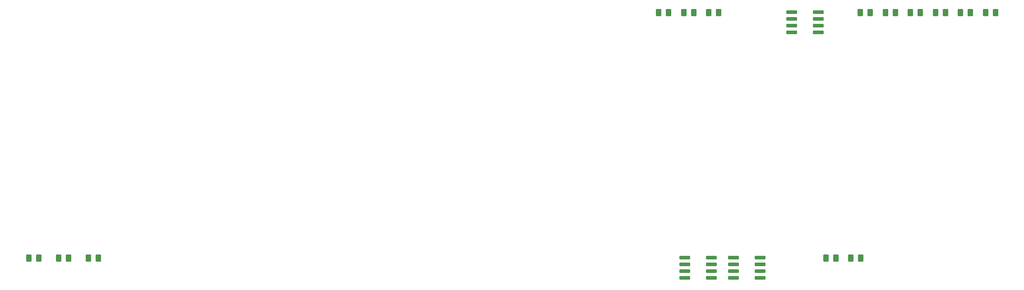
<source format=gtp>
G04*
G04 #@! TF.GenerationSoftware,Altium Limited,Altium Designer,21.2.2 (38)*
G04*
G04 Layer_Color=8421504*
%FSLAX43Y43*%
%MOMM*%
G71*
G04*
G04 #@! TF.SameCoordinates,F6177738-A101-420F-8975-3F4184574452*
G04*
G04*
G04 #@! TF.FilePolarity,Positive*
G04*
G01*
G75*
G04:AMPARAMS|DCode=16|XSize=1mm|YSize=1.42mm|CornerRadius=0.125mm|HoleSize=0mm|Usage=FLASHONLY|Rotation=0.000|XOffset=0mm|YOffset=0mm|HoleType=Round|Shape=RoundedRectangle|*
%AMROUNDEDRECTD16*
21,1,1.000,1.170,0,0,0.0*
21,1,0.750,1.420,0,0,0.0*
1,1,0.250,0.375,-0.585*
1,1,0.250,-0.375,-0.585*
1,1,0.250,-0.375,0.585*
1,1,0.250,0.375,0.585*
%
%ADD16ROUNDEDRECTD16*%
G04:AMPARAMS|DCode=17|XSize=1.97mm|YSize=0.6mm|CornerRadius=0.075mm|HoleSize=0mm|Usage=FLASHONLY|Rotation=0.000|XOffset=0mm|YOffset=0mm|HoleType=Round|Shape=RoundedRectangle|*
%AMROUNDEDRECTD17*
21,1,1.970,0.450,0,0,0.0*
21,1,1.820,0.600,0,0,0.0*
1,1,0.150,0.910,-0.225*
1,1,0.150,-0.910,-0.225*
1,1,0.150,-0.910,0.225*
1,1,0.150,0.910,0.225*
%
%ADD17ROUNDEDRECTD17*%
D16*
X184323Y33401D02*
D03*
X182453D02*
D03*
X179624D02*
D03*
X177754D02*
D03*
X41194D02*
D03*
X39324D02*
D03*
X35606D02*
D03*
X33736D02*
D03*
X30018D02*
D03*
X28148D02*
D03*
X209596Y79629D02*
D03*
X207726D02*
D03*
X157653D02*
D03*
X155783D02*
D03*
X195499D02*
D03*
X193629D02*
D03*
X204897D02*
D03*
X203027D02*
D03*
X190800D02*
D03*
X188930D02*
D03*
X152954D02*
D03*
X151084D02*
D03*
X200198D02*
D03*
X198328D02*
D03*
X148255D02*
D03*
X146385D02*
D03*
X186101D02*
D03*
X184231D02*
D03*
D17*
X165411Y33528D02*
D03*
Y32258D02*
D03*
Y30988D02*
D03*
Y29718D02*
D03*
X160471D02*
D03*
Y30988D02*
D03*
Y32258D02*
D03*
Y33528D02*
D03*
X156267D02*
D03*
Y32258D02*
D03*
Y30988D02*
D03*
Y29718D02*
D03*
X151327D02*
D03*
Y30988D02*
D03*
Y32258D02*
D03*
Y33528D02*
D03*
X176333Y79756D02*
D03*
Y78486D02*
D03*
Y77216D02*
D03*
Y75946D02*
D03*
X171393D02*
D03*
Y77216D02*
D03*
Y78486D02*
D03*
Y79756D02*
D03*
M02*

</source>
